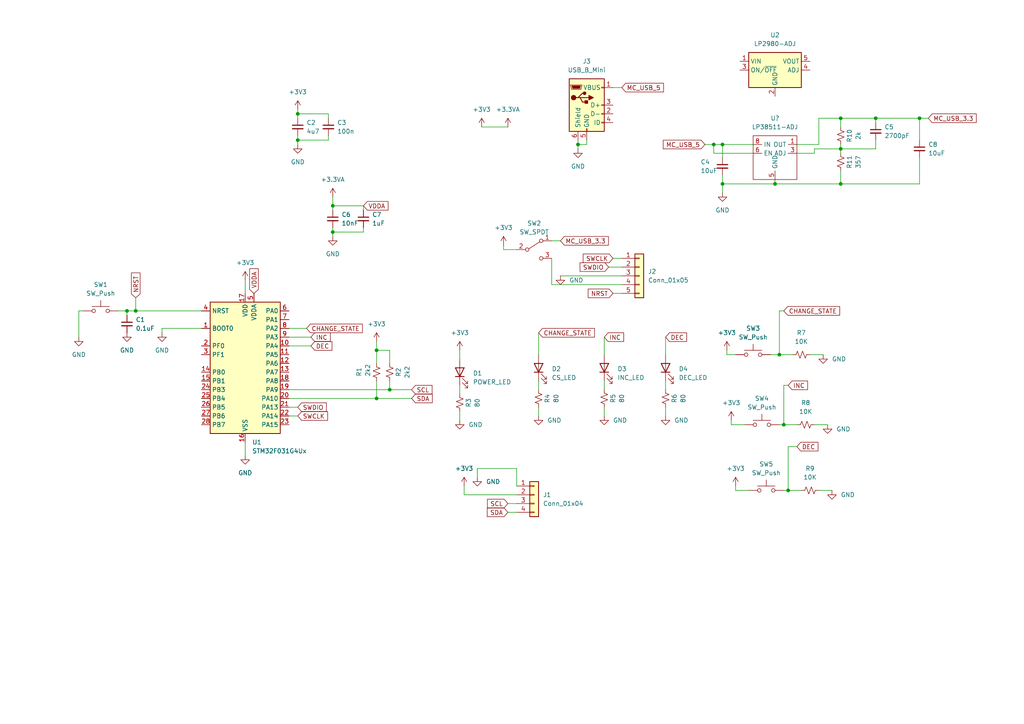
<source format=kicad_sch>
(kicad_sch (version 20211123) (generator eeschema)
  (paper "A4")
  (lib_symbols
    (symbol "Connector:USB_B_Micro" (pin_names (offset 1.016))
      (property "Reference" "J" (at -5.08 11.43 0))
      (property "Value" "USB_B_Micro" (at -5.08 8.89 0))
      (symbol "USB_B_Micro_0_1"
        (rectangle (start -5.08 -7.62) (end 5.08 7.62) (stroke (width 0.254)) (fill (type background)))
        (circle (center -3.81 2.159) (radius 0.635) (stroke (width 0.254)) (fill (type outline)))
        (circle (center -0.635 3.429) (radius 0.381) (stroke (width 0.254)) (fill (type outline)))
        (rectangle (start -0.127 -7.62) (end 0.127 -6.858))
        (polyline (pts (xy -1.905 2.159) (xy 0.635 2.159)) (stroke (width 0.254)))
        (polyline (pts (xy -3.175 2.159) (xy -2.54 2.159) (xy -1.27 3.429) (xy -0.635 3.429)) (stroke (width 0.254)))
        (polyline (pts (xy -2.54 2.159) (xy -1.905 2.159) (xy -1.27 0.889) (xy 0 0.889)) (stroke (width 0.254)))
        (polyline (pts (xy 0.635 2.794) (xy 0.635 1.524) (xy 1.905 2.159) (xy 0.635 2.794)) (stroke (width 0.254)) (fill (type outline)))
        (polyline (pts (xy -4.318 5.588) (xy -1.778 5.588) (xy -2.032 4.826) (xy -4.064 4.826) (xy -4.318 5.588)) (fill (type outline)))
        (polyline (pts (xy -4.699 5.842) (xy -4.699 5.588) (xy -4.445 4.826) (xy -4.445 4.572) (xy -1.651 4.572) (xy -1.651 4.826) (xy -1.397 5.588) (xy -1.397 5.842) (xy -4.699 5.842)))
        (rectangle (start 0.254 1.27) (end -0.508 0.508) (stroke (width 0.254)) (fill (type outline)))
        (rectangle (start 5.08 -5.207) (end 4.318 -4.953))
        (rectangle (start 5.08 -2.667) (end 4.318 -2.413))
        (rectangle (start 5.08 -0.127) (end 4.318 0.127))
        (rectangle (start 5.08 4.953) (end 4.318 5.207))
      )
      (symbol "USB_B_Micro_1_1"
        (pin power_out line (at 7.62 5.08 180) (length 2.54) (name "VBUS") (number "1"))
        (pin bidirectional line (at 7.62 -2.54 180) (length 2.54) (name "D-") (number "2"))
        (pin bidirectional line (at 7.62 0 180) (length 2.54) (name "D+") (number "3"))
        (pin passive line (at 7.62 -5.08 180) (length 2.54) (name "ID") (number "4"))
        (pin power_out line (at 0 -10.16 90) (length 2.54) (name "GND") (number "5"))
        (pin passive line (at -2.54 -10.16 90) (length 2.54) (name "Shield") (number "6"))
      )
    )
    (symbol "Connector_Generic:Conn_01x04" (pin_names (offset 1.016) hide)
      (property "Reference" "J" (at 0 5.08 0))
      (property "Value" "Conn_01x04" (at 0 -7.62 0))
      (symbol "Conn_01x04_1_1"
        (rectangle (start -1.27 -4.953) (end 0 -5.207) (stroke (width 0.1524)))
        (rectangle (start -1.27 -2.413) (end 0 -2.667) (stroke (width 0.1524)))
        (rectangle (start -1.27 0.127) (end 0 -0.127) (stroke (width 0.1524)))
        (rectangle (start -1.27 2.667) (end 0 2.413) (stroke (width 0.1524)))
        (rectangle (start -1.27 3.81) (end 1.27 -6.35) (stroke (width 0.254)) (fill (type background)))
        (pin passive line (at -5.08 2.54 0) (length 3.81) (name "Pin_1") (number "1"))
        (pin passive line (at -5.08 0 0) (length 3.81) (name "Pin_2") (number "2"))
        (pin passive line (at -5.08 -2.54 0) (length 3.81) (name "Pin_3") (number "3"))
        (pin passive line (at -5.08 -5.08 0) (length 3.81) (name "Pin_4") (number "4"))
      )
    )
    (symbol "Connector_Generic:Conn_01x05" (pin_names (offset 1.016) hide)
      (property "Reference" "J" (at 0 7.62 0))
      (property "Value" "Conn_01x05" (at 0 -7.62 0))
      (symbol "Conn_01x05_1_1"
        (rectangle (start -1.27 -4.953) (end 0 -5.207) (stroke (width 0.1524)))
        (rectangle (start -1.27 -2.413) (end 0 -2.667) (stroke (width 0.1524)))
        (rectangle (start -1.27 0.127) (end 0 -0.127) (stroke (width 0.1524)))
        (rectangle (start -1.27 2.667) (end 0 2.413) (stroke (width 0.1524)))
        (rectangle (start -1.27 5.207) (end 0 4.953) (stroke (width 0.1524)))
        (rectangle (start -1.27 6.35) (end 1.27 -6.35) (stroke (width 0.254)) (fill (type background)))
        (pin passive line (at -5.08 5.08 0) (length 3.81) (name "Pin_1") (number "1"))
        (pin passive line (at -5.08 2.54 0) (length 3.81) (name "Pin_2") (number "2"))
        (pin passive line (at -5.08 0 0) (length 3.81) (name "Pin_3") (number "3"))
        (pin passive line (at -5.08 -2.54 0) (length 3.81) (name "Pin_4") (number "4"))
        (pin passive line (at -5.08 -5.08 0) (length 3.81) (name "Pin_5") (number "5"))
      )
    )
    (symbol "Device:C_Small" (pin_numbers hide) (pin_names (offset 0.254) hide)
      (property "Reference" "C" (at 0.254 1.778 0))
      (property "Value" "C_Small" (at 0.254 -2.032 0))
      (symbol "C_Small_0_1"
        (polyline (pts (xy -1.524 -0.508) (xy 1.524 -0.508)) (stroke (width 0.3302)))
        (polyline (pts (xy -1.524 0.508) (xy 1.524 0.508)) (stroke (width 0.3048)))
      )
      (symbol "C_Small_1_1"
        (pin passive line (at 0 2.54 270) (length 2.032) (name "~") (number "1"))
        (pin passive line (at 0 -2.54 90) (length 2.032) (name "~") (number "2"))
      )
    )
    (symbol "Device:LED" (pin_numbers hide) (pin_names (offset 1.016) hide)
      (property "Reference" "D" (at 0 2.54 0))
      (property "Value" "LED" (at 0 -2.54 0))
      (symbol "LED_0_1"
        (polyline (pts (xy -1.27 -1.27) (xy -1.27 1.27)) (stroke (width 0.254)))
        (polyline (pts (xy -1.27 0) (xy 1.27 0)))
        (polyline (pts (xy 1.27 -1.27) (xy 1.27 1.27) (xy -1.27 0) (xy 1.27 -1.27)) (stroke (width 0.254)))
        (polyline (pts (xy -3.048 -0.762) (xy -4.572 -2.286) (xy -3.81 -2.286) (xy -4.572 -2.286) (xy -4.572 -1.524)))
        (polyline (pts (xy -1.778 -0.762) (xy -3.302 -2.286) (xy -2.54 -2.286) (xy -3.302 -2.286) (xy -3.302 -1.524)))
      )
      (symbol "LED_1_1"
        (pin passive line (at -3.81 0 0) (length 2.54) (name "K") (number "1"))
        (pin passive line (at 3.81 0 180) (length 2.54) (name "A") (number "2"))
      )
    )
    (symbol "Device:R_Small_US" (pin_numbers hide) (pin_names (offset 0.254) hide)
      (property "Reference" "R" (at 0.762 0.508 0))
      (property "Value" "R_Small_US" (at 0.762 -1.016 0))
      (symbol "R_Small_US_1_1"
        (polyline (pts (xy 0 0) (xy 1.016 -0.381) (xy 0 -0.762) (xy -1.016 -1.143) (xy 0 -1.524)))
        (polyline (pts (xy 0 1.524) (xy 1.016 1.143) (xy 0 0.762) (xy -1.016 0.381) (xy 0 0)))
        (pin passive line (at 0 2.54 270) (length 1.016) (name "~") (number "1"))
        (pin passive line (at 0 -2.54 90) (length 1.016) (name "~") (number "2"))
      )
    )
    (symbol "MCU_ST_STM32F0:STM32F031G4Ux"
      (property "Reference" "U" (at -10.16 19.05 0))
      (property "Value" "STM32F031G4Ux" (at 5.08 19.05 0))
      (symbol "STM32F031G4Ux_0_1"
        (rectangle (start -10.16 -20.32) (end 10.16 17.78) (stroke (width 0.254)) (fill (type background)))
      )
      (symbol "STM32F031G4Ux_1_1"
        (pin input line (at -12.7 10.16 0) (length 2.54) (name "BOOT0") (number "1"))
        (pin bidirectional line (at 12.7 5.08 180) (length 2.54) (name "PA4") (number "10"))
        (pin bidirectional line (at 12.7 2.54 180) (length 2.54) (name "PA5") (number "11"))
        (pin bidirectional line (at 12.7 0 180) (length 2.54) (name "PA6") (number "12"))
        (pin bidirectional line (at 12.7 -2.54 180) (length 2.54) (name "PA7") (number "13"))
        (pin bidirectional line (at -12.7 -2.54 0) (length 2.54) (name "PB0") (number "14"))
        (pin bidirectional line (at -12.7 -5.08 0) (length 2.54) (name "PB1") (number "15"))
        (pin power_in line (at 0 -22.86 90) (length 2.54) (name "VSS") (number "16"))
        (pin power_in line (at 0 20.32 270) (length 2.54) (name "VDD") (number "17"))
        (pin bidirectional line (at 12.7 -5.08 180) (length 2.54) (name "PA8") (number "18"))
        (pin bidirectional line (at 12.7 -7.62 180) (length 2.54) (name "PA9") (number "19"))
        (pin input line (at -12.7 5.08 0) (length 2.54) (name "PF0") (number "2"))
        (pin bidirectional line (at 12.7 -10.16 180) (length 2.54) (name "PA10") (number "20"))
        (pin bidirectional line (at 12.7 -12.7 180) (length 2.54) (name "PA13") (number "21"))
        (pin bidirectional line (at 12.7 -15.24 180) (length 2.54) (name "PA14") (number "22"))
        (pin bidirectional line (at 12.7 -17.78 180) (length 2.54) (name "PA15") (number "23"))
        (pin bidirectional line (at -12.7 -7.62 0) (length 2.54) (name "PB3") (number "24"))
        (pin bidirectional line (at -12.7 -10.16 0) (length 2.54) (name "PB4") (number "25"))
        (pin bidirectional line (at -12.7 -12.7 0) (length 2.54) (name "PB5") (number "26"))
        (pin bidirectional line (at -12.7 -15.24 0) (length 2.54) (name "PB6") (number "27"))
        (pin bidirectional line (at -12.7 -17.78 0) (length 2.54) (name "PB7") (number "28"))
        (pin input line (at -12.7 2.54 0) (length 2.54) (name "PF1") (number "3"))
        (pin input line (at -12.7 15.24 0) (length 2.54) (name "NRST") (number "4"))
        (pin power_in line (at 2.54 20.32 270) (length 2.54) (name "VDDA") (number "5"))
        (pin bidirectional line (at 12.7 15.24 180) (length 2.54) (name "PA0") (number "6"))
        (pin bidirectional line (at 12.7 12.7 180) (length 2.54) (name "PA1") (number "7"))
        (pin bidirectional line (at 12.7 10.16 180) (length 2.54) (name "PA2") (number "8"))
        (pin bidirectional line (at 12.7 7.62 180) (length 2.54) (name "PA3") (number "9"))
      )
    )
    (symbol "New_Library:LP38511-ADJ"
      (property "Reference" "U" (at 0 6.35 0))
      (property "Value" "LP38511-ADJ" (at 0 3.81 0))
      (symbol "LP38511-ADJ_0_1"
        (rectangle (start -6.35 2.54) (end 6.35 -10.16))
      )
      (symbol "LP38511-ADJ_1_1"
        (pin output line (at 6.35 0 180) (length 2.54) (name "OUT") (number "1"))
        (pin output line (at 6.35 -2.54 180) (length 2.54) (name "ADJ") (number "3"))
        (pin input line (at 0 -10.16 90) (length 2.54) (name "GND") (number "5"))
        (pin input line (at -6.35 -2.54 0) (length 2.54) (name "EN") (number "6"))
        (pin input line (at -6.35 0 0) (length 2.54) (name "IN") (number "8"))
      )
    )
    (symbol "Regulator_Linear:LP2980-ADJ"
      (property "Reference" "U" (at 0 10.16 0))
      (property "Value" "LP2980-ADJ" (at 0 7.62 0))
      (symbol "LP2980-ADJ_0_1"
        (rectangle (start -7.62 5.08) (end 7.62 -5.08) (stroke (width 0.254)) (fill (type background)))
      )
      (symbol "LP2980-ADJ_1_1"
        (pin power_in line (at -10.16 2.54 0) (length 2.54) (name "VIN") (number "1"))
        (pin power_in line (at 0 -7.62 90) (length 2.54) (name "GND") (number "2"))
        (pin input line (at -10.16 0 0) (length 2.54) (name "ON/~{OFF}") (number "3"))
        (pin input line (at 10.16 0 180) (length 2.54) (name "ADJ") (number "4"))
        (pin power_out line (at 10.16 2.54 180) (length 2.54) (name "VOUT") (number "5"))
      )
    )
    (symbol "Switch:SW_Push" (pin_numbers hide) (pin_names (offset 1.016) hide)
      (property "Reference" "SW" (at 1.27 2.54 0))
      (property "Value" "SW_Push" (at 0 -1.524 0))
      (symbol "SW_Push_0_1"
        (circle (center -2.032 0) (radius 0.508))
        (polyline (pts (xy 0 1.27) (xy 0 3.048)))
        (polyline (pts (xy 2.54 1.27) (xy -2.54 1.27)))
        (circle (center 2.032 0) (radius 0.508))
        (pin passive line (at -5.08 0 0) (length 2.54) (name "1") (number "1"))
        (pin passive line (at 5.08 0 180) (length 2.54) (name "2") (number "2"))
      )
    )
    (symbol "Switch:SW_SPDT" (pin_names (offset 0) hide)
      (property "Reference" "SW" (at 0 4.318 0))
      (property "Value" "SW_SPDT" (at 0 -5.08 0))
      (symbol "SW_SPDT_0_0"
        (circle (center -2.032 0) (radius 0.508))
        (circle (center 2.032 -2.54) (radius 0.508))
      )
      (symbol "SW_SPDT_0_1"
        (polyline (pts (xy -1.524 0.254) (xy 1.651 2.286)))
        (circle (center 2.032 2.54) (radius 0.508))
      )
      (symbol "SW_SPDT_1_1"
        (pin passive line (at 5.08 2.54 180) (length 2.54) (name "A") (number "1"))
        (pin passive line (at -5.08 0 0) (length 2.54) (name "B") (number "2"))
        (pin passive line (at 5.08 -2.54 180) (length 2.54) (name "C") (number "3"))
      )
    )
    (symbol "power:+3.3V" (power) (pin_names (offset 0))
      (property "Value" "+3.3V" (at 0 3.556 0))
      (symbol "+3.3V_0_1"
        (polyline (pts (xy -0.762 1.27) (xy 0 2.54)))
        (polyline (pts (xy 0 0) (xy 0 2.54)))
        (polyline (pts (xy 0 2.54) (xy 0.762 1.27)))
      )
      (symbol "+3.3V_1_1"
        (pin power_in line (at 0 0 90) (length 0) hide (name "+3V3") (number "1"))
      )
    )
    (symbol "power:+3.3VA" (power) (pin_names (offset 0))
      (property "Value" "+3.3VA" (at 0 3.556 0))
      (symbol "+3.3VA_0_1"
        (polyline (pts (xy -0.762 1.27) (xy 0 2.54)))
        (polyline (pts (xy 0 0) (xy 0 2.54)))
        (polyline (pts (xy 0 2.54) (xy 0.762 1.27)))
      )
      (symbol "+3.3VA_1_1"
        (pin power_in line (at 0 0 90) (length 0) hide (name "+3.3VA") (number "1"))
      )
    )
    (symbol "power:GND" (power) (pin_names (offset 0))
      (property "Value" "GND" (at 0 -3.81 0))
      (symbol "GND_0_1"
        (polyline (pts (xy 0 0) (xy 0 -1.27) (xy 1.27 -1.27) (xy 0 -2.54) (xy -1.27 -1.27) (xy 0 -1.27)))
      )
      (symbol "GND_1_1"
        (pin power_in line (at 0 0 270) (length 0) hide (name "GND") (number "1"))
      )
    )
  )
  (junction (at 207.01 41.91))
  (junction (at 226.06 102.87))
  (junction (at 254 34.29))
  (junction (at 113.03 113.03))
  (junction (at 86.36 33.02))
  (junction (at 96.52 67.31))
  (junction (at 209.55 53.34))
  (junction (at 39.37 90.17))
  (junction (at 109.22 115.57))
  (junction (at 209.55 41.91))
  (junction (at 167.64 41.91))
  (junction (at 243.84 43.18))
  (junction (at 243.84 34.29))
  (junction (at 224.79 53.34))
  (junction (at 96.52 59.69))
  (junction (at 86.36 40.64))
  (junction (at 228.6 142.24))
  (junction (at 266.7 34.29))
  (junction (at 243.84 53.34))
  (junction (at 227.33 123.19))
  (junction (at 36.83 90.17))
  (junction (at 109.22 101.6))
  (wire (pts (xy 46.99 96.52) (xy 46.99 95.25)))
  (wire (pts (xy 176.53 77.47) (xy 180.34 77.47)))
  (wire (pts (xy 175.26 97.79) (xy 175.26 102.87)))
  (wire (pts (xy 133.35 119.38) (xy 133.35 121.92)))
  (wire (pts (xy 207.01 41.91) (xy 207.01 44.45)))
  (wire (pts (xy 237.49 142.24) (xy 241.3 142.24)))
  (wire (pts (xy 160.02 69.85) (xy 162.56 69.85)))
  (wire (pts (xy 266.7 45.72) (xy 266.7 53.34)))
  (wire (pts (xy 113.03 101.6) (xy 113.03 105.41)))
  (wire (pts (xy 22.86 90.17) (xy 22.86 97.79)))
  (wire (pts (xy 243.84 49.53) (xy 243.84 53.34)))
  (wire (pts (xy 243.84 34.29) (xy 254 34.29)))
  (wire (pts (xy 138.43 135.89) (xy 149.86 135.89)))
  (wire (pts (xy 167.64 40.64) (xy 167.64 41.91)))
  (wire (pts (xy 83.82 115.57) (xy 109.22 115.57)))
  (wire (pts (xy 156.21 118.11) (xy 156.21 120.65)))
  (wire (pts (xy 212.09 123.19) (xy 215.9 123.19)))
  (wire (pts (xy 34.29 90.17) (xy 36.83 90.17)))
  (wire (pts (xy 109.22 101.6) (xy 113.03 101.6)))
  (wire (pts (xy 146.05 72.39) (xy 149.86 72.39)))
  (wire (pts (xy 209.55 41.91) (xy 218.44 41.91)))
  (wire (pts (xy 95.25 40.64) (xy 95.25 39.37)))
  (wire (pts (xy 139.7 36.83) (xy 147.32 36.83)))
  (wire (pts (xy 177.8 85.09) (xy 180.34 85.09)))
  (wire (pts (xy 156.21 110.49) (xy 156.21 113.03)))
  (wire (pts (xy 193.04 118.11) (xy 193.04 120.65)))
  (wire (pts (xy 226.06 90.17) (xy 226.06 102.87)))
  (wire (pts (xy 86.36 33.02) (xy 95.25 33.02)))
  (wire (pts (xy 105.41 66.04) (xy 105.41 67.31)))
  (wire (pts (xy 109.22 115.57) (xy 119.38 115.57)))
  (wire (pts (xy 254 40.64) (xy 254 43.18)))
  (wire (pts (xy 228.6 111.76) (xy 227.33 111.76)))
  (wire (pts (xy 234.95 102.87) (xy 238.76 102.87)))
  (wire (pts (xy 86.36 40.64) (xy 95.25 40.64)))
  (wire (pts (xy 86.36 31.75) (xy 86.36 33.02)))
  (wire (pts (xy 39.37 86.36) (xy 39.37 90.17)))
  (wire (pts (xy 243.84 41.91) (xy 243.84 43.18)))
  (wire (pts (xy 228.6 142.24) (xy 232.41 142.24)))
  (wire (pts (xy 227.33 111.76) (xy 227.33 123.19)))
  (wire (pts (xy 167.64 41.91) (xy 170.18 41.91)))
  (wire (pts (xy 105.41 59.69) (xy 105.41 60.96)))
  (wire (pts (xy 162.56 80.01) (xy 180.34 80.01)))
  (wire (pts (xy 46.99 95.25) (xy 58.42 95.25)))
  (wire (pts (xy 227.33 123.19) (xy 231.14 123.19)))
  (wire (pts (xy 133.35 101.6) (xy 133.35 104.14)))
  (wire (pts (xy 243.84 34.29) (xy 243.84 36.83)))
  (wire (pts (xy 113.03 113.03) (xy 119.38 113.03)))
  (wire (pts (xy 149.86 135.89) (xy 149.86 140.97)))
  (wire (pts (xy 138.43 138.43) (xy 138.43 135.89)))
  (wire (pts (xy 237.49 41.91) (xy 237.49 34.29)))
  (wire (pts (xy 83.82 113.03) (xy 113.03 113.03)))
  (wire (pts (xy 209.55 41.91) (xy 209.55 45.72)))
  (wire (pts (xy 96.52 57.15) (xy 96.52 59.69)))
  (wire (pts (xy 83.82 97.79) (xy 90.17 97.79)))
  (wire (pts (xy 83.82 100.33) (xy 90.17 100.33)))
  (wire (pts (xy 109.22 101.6) (xy 109.22 105.41)))
  (wire (pts (xy 213.36 142.24) (xy 217.17 142.24)))
  (wire (pts (xy 209.55 53.34) (xy 209.55 55.88)))
  (wire (pts (xy 226.06 123.19) (xy 227.33 123.19)))
  (wire (pts (xy 243.84 43.18) (xy 236.22 43.18)))
  (wire (pts (xy 83.82 118.11) (xy 86.36 118.11)))
  (wire (pts (xy 133.35 111.76) (xy 133.35 114.3)))
  (wire (pts (xy 71.12 81.28) (xy 71.12 85.09)))
  (wire (pts (xy 71.12 128.27) (xy 71.12 132.08)))
  (wire (pts (xy 209.55 53.34) (xy 224.79 53.34)))
  (wire (pts (xy 96.52 59.69) (xy 105.41 59.69)))
  (wire (pts (xy 254 43.18) (xy 243.84 43.18)))
  (wire (pts (xy 193.04 110.49) (xy 193.04 113.03)))
  (wire (pts (xy 223.52 102.87) (xy 226.06 102.87)))
  (wire (pts (xy 113.03 110.49) (xy 113.03 113.03)))
  (wire (pts (xy 36.83 91.44) (xy 36.83 90.17)))
  (wire (pts (xy 236.22 43.18) (xy 236.22 44.45)))
  (wire (pts (xy 231.14 41.91) (xy 237.49 41.91)))
  (wire (pts (xy 207.01 41.91) (xy 209.55 41.91)))
  (wire (pts (xy 86.36 39.37) (xy 86.36 40.64)))
  (wire (pts (xy 170.18 41.91) (xy 170.18 40.64)))
  (wire (pts (xy 228.6 129.54) (xy 228.6 142.24)))
  (wire (pts (xy 36.83 90.17) (xy 39.37 90.17)))
  (wire (pts (xy 86.36 40.64) (xy 86.36 41.91)))
  (wire (pts (xy 96.52 67.31) (xy 96.52 68.58)))
  (wire (pts (xy 86.36 33.02) (xy 86.36 34.29)))
  (wire (pts (xy 83.82 95.25) (xy 88.9 95.25)))
  (wire (pts (xy 105.41 67.31) (xy 96.52 67.31)))
  (wire (pts (xy 213.36 140.97) (xy 213.36 142.24)))
  (wire (pts (xy 167.64 41.91) (xy 167.64 43.18)))
  (wire (pts (xy 160.02 82.55) (xy 160.02 74.93)))
  (wire (pts (xy 266.7 53.34) (xy 243.84 53.34)))
  (wire (pts (xy 224.79 52.07) (xy 224.79 53.34)))
  (wire (pts (xy 266.7 34.29) (xy 266.7 40.64)))
  (wire (pts (xy 227.33 90.17) (xy 226.06 90.17)))
  (wire (pts (xy 109.22 110.49) (xy 109.22 115.57)))
  (wire (pts (xy 22.86 90.17) (xy 24.13 90.17)))
  (wire (pts (xy 254 34.29) (xy 254 35.56)))
  (wire (pts (xy 175.26 110.49) (xy 175.26 113.03)))
  (wire (pts (xy 109.22 99.06) (xy 109.22 101.6)))
  (wire (pts (xy 207.01 44.45) (xy 218.44 44.45)))
  (wire (pts (xy 210.82 102.87) (xy 213.36 102.87)))
  (wire (pts (xy 210.82 101.6) (xy 210.82 102.87)))
  (wire (pts (xy 243.84 43.18) (xy 243.84 44.45)))
  (wire (pts (xy 39.37 90.17) (xy 58.42 90.17)))
  (wire (pts (xy 226.06 102.87) (xy 229.87 102.87)))
  (wire (pts (xy 96.52 66.04) (xy 96.52 67.31)))
  (wire (pts (xy 147.32 148.59) (xy 149.86 148.59)))
  (wire (pts (xy 95.25 33.02) (xy 95.25 34.29)))
  (wire (pts (xy 177.8 25.4) (xy 180.34 25.4)))
  (wire (pts (xy 83.82 120.65) (xy 86.36 120.65)))
  (wire (pts (xy 231.14 44.45) (xy 236.22 44.45)))
  (wire (pts (xy 134.62 143.51) (xy 149.86 143.51)))
  (wire (pts (xy 147.32 146.05) (xy 149.86 146.05)))
  (wire (pts (xy 146.05 71.12) (xy 146.05 72.39)))
  (wire (pts (xy 254 34.29) (xy 266.7 34.29)))
  (wire (pts (xy 236.22 123.19) (xy 240.03 123.19)))
  (wire (pts (xy 180.34 82.55) (xy 160.02 82.55)))
  (wire (pts (xy 156.21 96.52) (xy 156.21 102.87)))
  (wire (pts (xy 177.8 74.93) (xy 180.34 74.93)))
  (wire (pts (xy 175.26 118.11) (xy 175.26 120.65)))
  (wire (pts (xy 212.09 121.92) (xy 212.09 123.19)))
  (wire (pts (xy 209.55 50.8) (xy 209.55 53.34)))
  (wire (pts (xy 193.04 97.79) (xy 193.04 102.87)))
  (wire (pts (xy 266.7 34.29) (xy 269.24 34.29)))
  (wire (pts (xy 227.33 142.24) (xy 228.6 142.24)))
  (wire (pts (xy 231.14 129.54) (xy 228.6 129.54)))
  (wire (pts (xy 134.62 140.97) (xy 134.62 143.51)))
  (wire (pts (xy 96.52 59.69) (xy 96.52 60.96)))
  (wire (pts (xy 204.47 41.91) (xy 207.01 41.91)))
  (wire (pts (xy 224.79 53.34) (xy 243.84 53.34)))
  (wire (pts (xy 237.49 34.29) (xy 243.84 34.29)))
  (global_label "DEC" (shape input) (at 231.14 129.54 0) (property "Intersheet References" "${INTERSHEET_REFS}" (effects hide)))
  (global_label "NRST" (shape input) (at 177.8 85.09 180) (property "Intersheet References" "${INTERSHEET_REFS}" (effects hide)))
  (global_label "CHANGE_STATE" (shape input) (at 88.9 95.25 0) (property "Intersheet References" "${INTERSHEET_REFS}" (effects hide)))
  (global_label "VDDA" (shape input) (at 105.41 59.69 0) (property "Intersheet References" "${INTERSHEET_REFS}" (effects hide)))
  (global_label "CHANGE_STATE" (shape input) (at 227.33 90.17 0) (property "Intersheet References" "${INTERSHEET_REFS}" (effects hide)))
  (global_label "MC_USB_5" (shape input) (at 204.47 41.91 180) (property "Intersheet References" "${INTERSHEET_REFS}" (effects hide)))
  (global_label "CHANGE_STATE" (shape input) (at 156.21 96.52 0) (property "Intersheet References" "${INTERSHEET_REFS}" (effects hide)))
  (global_label "INC" (shape input) (at 175.26 97.79 0) (property "Intersheet References" "${INTERSHEET_REFS}" (effects hide)))
  (global_label "INC" (shape input) (at 90.17 97.79 0) (property "Intersheet References" "${INTERSHEET_REFS}" (effects hide)))
  (global_label "SWDIO" (shape input) (at 176.53 77.47 180) (property "Intersheet References" "${INTERSHEET_REFS}" (effects hide)))
  (global_label "SWCLK" (shape input) (at 177.8 74.93 180) (property "Intersheet References" "${INTERSHEET_REFS}" (effects hide)))
  (global_label "MC_USB_3.3" (shape input) (at 162.56 69.85 0) (property "Intersheet References" "${INTERSHEET_REFS}" (effects hide)))
  (global_label "NRST" (shape input) (at 39.37 86.36 90) (property "Intersheet References" "${INTERSHEET_REFS}" (effects hide)))
  (global_label "SWCLK" (shape input) (at 86.36 120.65 0) (property "Intersheet References" "${INTERSHEET_REFS}" (effects hide)))
  (global_label "DEC" (shape input) (at 193.04 97.79 0) (property "Intersheet References" "${INTERSHEET_REFS}" (effects hide)))
  (global_label "INC" (shape input) (at 228.6 111.76 0) (property "Intersheet References" "${INTERSHEET_REFS}" (effects hide)))
  (global_label "SDA" (shape input) (at 119.38 115.57 0) (property "Intersheet References" "${INTERSHEET_REFS}" (effects hide)))
  (global_label "DEC" (shape input) (at 90.17 100.33 0) (property "Intersheet References" "${INTERSHEET_REFS}" (effects hide)))
  (global_label "SCL" (shape input) (at 147.32 146.05 180) (property "Intersheet References" "${INTERSHEET_REFS}" (effects hide)))
  (global_label "VDDA" (shape input) (at 73.66 85.09 90) (property "Intersheet References" "${INTERSHEET_REFS}" (effects hide)))
  (global_label "MC_USB_5" (shape input) (at 180.34 25.4 0) (property "Intersheet References" "${INTERSHEET_REFS}" (effects hide)))
  (global_label "SDA" (shape input) (at 147.32 148.59 180) (property "Intersheet References" "${INTERSHEET_REFS}" (effects hide)))
  (global_label "SWDIO" (shape input) (at 86.36 118.11 0) (property "Intersheet References" "${INTERSHEET_REFS}" (effects hide)))
  (global_label "SCL" (shape input) (at 119.38 113.03 0) (property "Intersheet References" "${INTERSHEET_REFS}" (effects hide)))
  (global_label "MC_USB_3.3" (shape input) (at 269.24 34.29 0) (property "Intersheet References" "${INTERSHEET_REFS}" (effects hide)))
  (symbol (lib_id "Device:R_Small_US") (at 193.04 115.57 180) (unit 1)
    (property "Reference" "R6" (at 195.58 115.57 90))
    (property "Value" "80" (at 198.12 115.57 90))
    (property "Footprint" "Resistor_SMD:R_0805_2012Metric_Pad1.20x1.40mm_HandSolder" (effects hide))
    (property "JLCPCB Part #" "C109433" (effects hide))
    (property "LCSC Part Number" "C109433" (effects hide))
    (property "DigiKey Part #" "ERA-6AEB80R6V" (effects hide))
  )
  (symbol (lib_id "Switch:SW_Push") (at 29.21 90.17 0) (unit 1)
    (property "Reference" "SW1" (at 29.21 82.55 0))
    (property "Value" "SW_Push" (at 29.21 85.09 0))
    (property "Footprint" "MyLibrary:FSMSMTR-Tactile-Switch-FP" (effects hide))
    (property "JLCPCB Part #" "C720477" (effects hide))
    (property "LCSC Part Number" "C720477" (effects hide))
    (property "DigiKey Part #" "FSMSMTR" (effects hide))
  )
  (symbol (lib_id "power:+3.3V") (at 133.35 101.6 0) (unit 1)
    (property "Reference" "#PWR0123" (effects hide))
    (property "Value" "+3.3V" (at 133.35 96.52 0))
  )
  (symbol (lib_id "power:GND") (at 240.03 123.19 0) (unit 1)
    (property "Reference" "#PWR0112" (effects hide))
    (property "Value" "GND" (at 242.57 124.4599 0) (effects (justify left)))
  )
  (symbol (lib_id "Device:R_Small_US") (at 243.84 39.37 180) (unit 1)
    (property "Reference" "R10" (at 246.38 39.37 90))
    (property "Value" "2k" (at 248.92 39.37 90))
    (property "Footprint" "Resistor_SMD:R_0805_2012Metric_Pad1.20x1.40mm_HandSolder" (effects hide))
    (property "JLCPCB Part #" "C17520" (effects hide))
    (property "LCSC Part Number" "C17520" (effects hide))
    (property "DigiKey Part #" "RNCF0805BTC2K00" (effects hide))
  )
  (symbol (lib_id "Regulator_Linear:LP2980-ADJ") (at 224.79 20.32 0) (unit 1)
    (property "Reference" "U2" (at 224.79 10.16 0))
    (property "Value" "LP2980-ADJ" (at 224.79 12.7 0))
    (property "Footprint" "Package_SO:TI_SO-PowerPAD-8" (effects hide))
    (property "Datasheet" "http://www.ti.com/lit/ds/symlink/lp2980-adj.pd" (effects hide))
    (property "DigiKey Part #" "LP38511MR-ADJ/NOPB" (effects hide))
  )
  (symbol (lib_id "power:GND") (at 156.21 120.65 0) (unit 1)
    (property "Reference" "#PWR0122" (effects hide))
    (property "Value" "GND" (at 158.75 121.9199 0) (effects (justify left)))
  )
  (symbol (lib_id "MCU_ST_STM32F0:STM32F031G4Ux") (at 71.12 105.41 0) (unit 1)
    (property "Reference" "U1" (at 73.1394 128.27 0) (effects (justify left)))
    (property "Value" "STM32F031G4Ux" (at 73.1394 130.81 0) (effects (justify left)))
    (property "Footprint" "Package_DFN_QFN:QFN-28_4x4mm_P0.5mm" (effects hide))
    (property "Datasheet" "http://www.st.com/st-web-ui/static/active/en/resource/technical/document/datasheet/DM00104043.pdf" (effects hide))
    (property "DigiKey Part #" "497-13619-ND" (effects hide))
  )
  (symbol (lib_id "power:+3.3V") (at 109.22 99.06 0) (unit 1)
    (property "Reference" "#PWR0117" (effects hide))
    (property "Value" "+3.3V" (at 109.22 93.98 0))
  )
  (symbol (lib_id "power:GND") (at 238.76 102.87 0) (unit 1)
    (property "Reference" "#PWR0128" (effects hide))
    (property "Value" "GND" (at 241.3 104.1399 0) (effects (justify left)))
  )
  (symbol (lib_id "power:GND") (at 71.12 132.08 0) (unit 1)
    (property "Reference" "#PWR0119" (effects hide))
    (property "Value" "GND" (at 71.12 137.16 0))
  )
  (symbol (lib_id "power:+3.3V") (at 86.36 31.75 0) (unit 1)
    (property "Reference" "#PWR0101" (effects hide))
    (property "Value" "+3.3V" (at 86.36 26.67 0))
  )
  (symbol (lib_id "power:GND") (at 193.04 120.65 0) (unit 1)
    (property "Reference" "#PWR0116" (effects hide))
    (property "Value" "GND" (at 195.58 121.9199 0) (effects (justify left)))
  )
  (symbol (lib_id "power:+3.3V") (at 146.05 71.12 0) (unit 1)
    (property "Reference" "#PWR0108" (effects hide))
    (property "Value" "+3.3V" (at 146.05 66.04 0))
  )
  (symbol (lib_id "Device:LED") (at 175.26 106.68 90) (unit 1)
    (property "Reference" "D3" (at 179.07 106.9974 90) (effects (justify right)))
    (property "Value" "INC_LED" (at 179.07 109.5374 90) (effects (justify right)))
    (property "Footprint" "Diode_SMD:D_0805_2012Metric_Pad1.15x1.40mm_HandSolder" (effects hide))
    (property "JLCPCB Part #" "C205441" (effects hide))
    (property "LCSC Part Number" "C389524" (effects hide))
    (property "DigiKey Part #" "XZVG54W-1" (effects hide))
  )
  (symbol (lib_id "power:+3.3V") (at 139.7 36.83 0) (unit 1)
    (property "Reference" "#PWR0105" (effects hide))
    (property "Value" "+3.3V" (at 139.7 31.75 0))
  )
  (symbol (lib_id "Device:R_Small_US") (at 113.03 107.95 180) (unit 1)
    (property "Reference" "R2" (at 115.57 107.95 90))
    (property "Value" "2k2" (at 118.11 107.95 90))
    (property "Footprint" "Resistor_SMD:R_0805_2012Metric_Pad1.20x1.40mm_HandSolder" (effects hide))
    (property "JLCPCB Part #" "C17520" (effects hide))
    (property "LCSC Part Number" "C17520" (effects hide))
    (property "DigiKey Part #" "AC0805FR-102K2L" (effects hide))
  )
  (symbol (lib_id "power:+3.3V") (at 71.12 81.28 0) (unit 1)
    (property "Reference" "#PWR0118" (effects hide))
    (property "Value" "+3.3V" (at 71.12 76.2 0))
  )
  (symbol (lib_id "power:+3.3V") (at 210.82 101.6 0) (unit 1)
    (property "Reference" "#PWR0127" (effects hide))
    (property "Value" "+3.3V" (at 210.82 96.52 0))
  )
  (symbol (lib_id "Device:C_Small") (at 266.7 43.18 0) (unit 1)
    (property "Reference" "C8" (at 269.24 41.91 0) (effects (justify left)))
    (property "Value" "10uF" (at 269.24 44.45 0) (effects (justify left)))
    (property "Footprint" "Capacitor_SMD:C_0805_2012Metric_Pad1.18x1.45mm_HandSolder" (effects hide))
    (property "DigiKey Part #" "CL21A106KPFNNNG" (effects hide))
  )
  (symbol (lib_id "Device:R_Small_US") (at 233.68 123.19 90) (unit 1)
    (property "Reference" "R8" (at 233.68 116.84 90))
    (property "Value" "10K" (at 233.68 119.38 90))
    (property "Footprint" "Resistor_SMD:R_0805_2012Metric_Pad1.20x1.40mm_HandSolder" (effects hide))
    (property "JLCPCB Part #" "C17414" (effects hide))
    (property "LCSC Part Number" "C17414" (effects hide))
    (property "DigiKey Part #" "RNCP0805FTD10K0" (effects hide))
  )
  (symbol (lib_id "Connector_Generic:Conn_01x05") (at 185.42 80.01 0) (unit 1)
    (property "Reference" "J2" (at 187.96 78.7399 0) (effects (justify left)))
    (property "Value" "Conn_01x05" (at 187.96 81.2799 0) (effects (justify left)))
    (property "Footprint" "Connector_PinHeader_2.54mm:PinHeader_1x05_P2.54mm_Vertical" (effects hide))
    (property "JLCPCB Part #" "C124379" (effects hide))
    (property "LCSC Part Number" "C124379" (effects hide))
  )
  (symbol (lib_id "Device:C_Small") (at 96.52 63.5 0) (unit 1)
    (property "Reference" "C6" (at 99.06 62.2362 0) (effects (justify left)))
    (property "Value" "10nF" (at 99.06 64.7762 0) (effects (justify left)))
    (property "Footprint" "Capacitor_SMD:C_0805_2012Metric_Pad1.18x1.45mm_HandSolder" (effects hide))
    (property "JLCPCB Part #" "C1710" (effects hide))
    (property "LCSC Part Number" "C1710" (effects hide))
    (property "DigiKey Part #" "885342207014" (effects hide))
  )
  (symbol (lib_id "Device:R_Small_US") (at 156.21 115.57 180) (unit 1)
    (property "Reference" "R4" (at 158.75 115.57 90))
    (property "Value" "80" (at 161.29 115.57 90))
    (property "Footprint" "Resistor_SMD:R_0805_2012Metric_Pad1.20x1.40mm_HandSolder" (effects hide))
    (property "JLCPCB Part #" "C109433" (effects hide))
    (property "LCSC Part Number" "C109433" (effects hide))
    (property "DigiKey Part #" "ERA-6AEB80R6V" (effects hide))
  )
  (symbol (lib_id "power:GND") (at 138.43 138.43 0) (unit 1)
    (property "Reference" "#PWR0125" (effects hide))
    (property "Value" "GND" (at 140.97 139.6999 0) (effects (justify left)))
  )
  (symbol (lib_id "power:GND") (at 209.55 55.88 0) (unit 1)
    (property "Reference" "#PWR01" (effects hide))
    (property "Value" "GND" (at 209.55 60.96 0))
  )
  (symbol (lib_id "Connector:USB_B_Micro") (at 170.18 30.48 0) (unit 1)
    (property "Reference" "J3" (at 170.18 17.78 0))
    (property "Value" "USB_B_Mini" (at 170.18 20.32 0))
    (property "Footprint" "Connector_USB:USB_Mini-B_Lumberg_2486_01_Horizontal" (effects hide))
    (property "DigiKey Part #" "0548191572" (effects hide))
    (property "JLCPCB Part #" "C91144" (effects hide))
    (property "LCSC Part Number" "C91144" (effects hide))
  )
  (symbol (lib_id "Device:R_Small_US") (at 232.41 102.87 90) (unit 1)
    (property "Reference" "R7" (at 232.41 96.52 90))
    (property "Value" "10K" (at 232.41 99.06 90))
    (property "Footprint" "Resistor_SMD:R_0805_2012Metric_Pad1.20x1.40mm_HandSolder" (effects hide))
    (property "JLCPCB Part #" "C17414" (effects hide))
    (property "LCSC Part Number" "C17414" (effects hide))
    (property "DigiKey Part #" "RNCP0805FTD10K0" (effects hide))
  )
  (symbol (lib_id "Device:R_Small_US") (at 243.84 46.99 180) (unit 1)
    (property "Reference" "R11" (at 246.38 46.99 90))
    (property "Value" "357" (at 248.92 46.99 90))
    (property "Footprint" "Resistor_SMD:R_0805_2012Metric_Pad1.20x1.40mm_HandSolder" (effects hide))
    (property "JLCPCB Part #" "C17520" (effects hide))
    (property "LCSC Part Number" "C17520" (effects hide))
    (property "DigiKey Part #" "RMCF0805FT357R" (effects hide))
  )
  (symbol (lib_id "power:+3.3V") (at 212.09 121.92 0) (unit 1)
    (property "Reference" "#PWR0114" (effects hide))
    (property "Value" "+3.3V" (at 212.09 116.84 0))
  )
  (symbol (lib_id "power:+3.3VA") (at 96.52 57.15 0) (unit 1)
    (property "Reference" "#PWR0104" (effects hide))
    (property "Value" "+3.3VA" (at 96.52 52.07 0))
  )
  (symbol (lib_id "power:+3.3VA") (at 147.32 36.83 0) (unit 1)
    (property "Reference" "#PWR0106" (effects hide))
    (property "Value" "+3.3VA" (at 147.32 31.75 0))
  )
  (symbol (lib_id "power:GND") (at 133.35 121.92 0) (unit 1)
    (property "Reference" "#PWR0124" (effects hide))
    (property "Value" "GND" (at 135.89 123.1899 0) (effects (justify left)))
  )
  (symbol (lib_id "New_Library:LP38511-ADJ") (at 224.79 41.91 0) (unit 1)
    (property "Reference" "U?" (at 224.79 34.29 0))
    (property "Value" "LP38511-ADJ" (at 224.79 36.83 0))
  )
  (symbol (lib_id "Device:C_Small") (at 254 38.1 0) (unit 1)
    (property "Reference" "C5" (at 256.54 36.83 0) (effects (justify left)))
    (property "Value" "2700pF" (at 256.54 39.37 0) (effects (justify left)))
    (property "Footprint" "Capacitor_SMD:C_0805_2012Metric_Pad1.18x1.45mm_HandSolder" (effects hide))
    (property "DigiKey Part #" "C2012CH2E272J125AA" (effects hide))
  )
  (symbol (lib_id "power:GND") (at 22.86 97.79 0) (unit 1)
    (property "Reference" "#PWR0120" (effects hide))
    (property "Value" "GND" (at 22.86 102.87 0))
  )
  (symbol (lib_id "Device:R_Small_US") (at 109.22 107.95 180) (unit 1)
    (property "Reference" "R1" (at 104.14 109.22 90) (effects (justify right)))
    (property "Value" "2k2" (at 106.68 109.22 90) (effects (justify right)))
    (property "Footprint" "Resistor_SMD:R_0805_2012Metric_Pad1.20x1.40mm_HandSolder" (effects hide))
    (property "JLCPCB Part #" "C17520" (effects hide))
    (property "LCSC Part Number" "C17520" (effects hide))
    (property "DigiKey Part #" "AC0805FR-102K2L" (effects hide))
  )
  (symbol (lib_id "power:GND") (at 162.56 80.01 0) (unit 1)
    (property "Reference" "#PWR0110" (effects hide))
    (property "Value" "GND" (at 165.1 81.2799 0) (effects (justify left)))
  )
  (symbol (lib_id "power:GND") (at 86.36 41.91 0) (unit 1)
    (property "Reference" "#PWR0102" (effects hide))
    (property "Value" "GND" (at 86.36 46.99 0))
  )
  (symbol (lib_id "power:+3.3V") (at 134.62 140.97 0) (unit 1)
    (property "Reference" "#PWR0126" (effects hide))
    (property "Value" "+3.3V" (at 134.62 135.89 0))
  )
  (symbol (lib_id "power:GND") (at 167.64 43.18 0) (unit 1)
    (property "Reference" "#PWR0111" (effects hide))
    (property "Value" "GND" (at 167.64 48.26 0))
  )
  (symbol (lib_id "Switch:SW_SPDT") (at 154.94 72.39 0) (unit 1)
    (property "Reference" "SW2" (at 154.94 64.77 0))
    (property "Value" "SW_SPDT" (at 154.94 67.31 0))
    (property "Footprint" "MyLibrary:CL-SB-22A-01T-Slide-Switch-FP" (effects hide))
    (property "JLCPCB Part #" "C405952" (effects hide))
    (property "LCSC Part Number" "C405952" (effects hide))
    (property "DigiKey Part #" "CL-SB-22A-01T" (effects hide))
  )
  (symbol (lib_id "Device:C_Small") (at 36.83 93.98 0) (unit 1)
    (property "Reference" "C1" (at 39.37 92.7162 0) (effects (justify left)))
    (property "Value" "0.1uF" (at 39.37 95.2562 0) (effects (justify left)))
    (property "Footprint" "Capacitor_SMD:C_0805_2012Metric_Pad1.18x1.45mm_HandSolder" (effects hide))
    (property "DigiKey Part #" "0805ZC104KAT2A" (effects hide))
  )
  (symbol (lib_id "Device:LED") (at 156.21 106.68 90) (unit 1)
    (property "Reference" "D2" (at 160.02 106.9974 90) (effects (justify right)))
    (property "Value" "CS_LED" (at 160.02 109.5374 90) (effects (justify right)))
    (property "Footprint" "Diode_SMD:D_0805_2012Metric_Pad1.15x1.40mm_HandSolder" (effects hide))
    (property "JLCPCB Part #" "C205441" (effects hide))
    (property "LCSC Part Number" "C205441" (effects hide))
    (property "DigiKey Part #" "XZVG54W-1" (effects hide))
  )
  (symbol (lib_id "Switch:SW_Push") (at 218.44 102.87 0) (unit 1)
    (property "Reference" "SW3" (at 218.44 95.25 0))
    (property "Value" "SW_Push" (at 218.44 97.79 0))
    (property "Footprint" "MyLibrary:FSMSMTR-Tactile-Switch-FP" (effects hide))
    (property "JLCPCB Part #" "C720477" (effects hide))
    (property "LCSC Part Number" "C720477" (effects hide))
    (property "DigiKey Part #" "FSMSMTR" (effects hide))
  )
  (symbol (lib_id "Device:R_Small_US") (at 234.95 142.24 90) (unit 1)
    (property "Reference" "R9" (at 234.95 135.89 90))
    (property "Value" "10K" (at 234.95 138.43 90))
    (property "Footprint" "Resistor_SMD:R_0805_2012Metric_Pad1.20x1.40mm_HandSolder" (effects hide))
    (property "JLCPCB Part #" "C17414" (effects hide))
    (property "LCSC Part Number" "C17414" (effects hide))
    (property "DigiKey Part #" "RNCP0805FTD10K0" (effects hide))
  )
  (symbol (lib_id "Switch:SW_Push") (at 222.25 142.24 0) (unit 1)
    (property "Reference" "SW5" (at 222.25 134.62 0))
    (property "Value" "SW_Push" (at 222.25 137.16 0))
    (property "Footprint" "MyLibrary:FSMSMTR-Tactile-Switch-FP" (effects hide))
    (property "JLCPCB Part #" "C720477" (effects hide))
    (property "LCSC Part Number" "C720477" (effects hide))
    (property "DigiKey Part #" "FSMSMTR" (effects hide))
  )
  (symbol (lib_id "Connector_Generic:Conn_01x04") (at 154.94 143.51 0) (unit 1)
    (property "Reference" "J1" (at 157.48 143.5099 0) (effects (justify left)))
    (property "Value" "Conn_01x04" (at 157.48 146.0499 0) (effects (justify left)))
    (property "Footprint" "Connector_PinSocket_2.54mm:PinSocket_1x04_P2.54mm_Vertical" (effects hide))
  )
  (symbol (lib_id "power:GND") (at 96.52 68.58 0) (unit 1)
    (property "Reference" "#PWR0107" (effects hide))
    (property "Value" "GND" (at 96.52 73.66 0))
  )
  (symbol (lib_id "Device:C_Small") (at 209.55 48.26 0) (unit 1)
    (property "Reference" "C4" (at 203.2 46.99 0) (effects (justify left)))
    (property "Value" "10uF" (at 203.2 49.53 0) (effects (justify left)))
    (property "Footprint" "Capacitor_SMD:C_0805_2012Metric_Pad1.18x1.45mm_HandSolder" (effects hide))
    (property "DigiKey Part #" "CL21A106KPFNNNG" (effects hide))
  )
  (symbol (lib_id "power:+3.3V") (at 213.36 140.97 0) (unit 1)
    (property "Reference" "#PWR0115" (effects hide))
    (property "Value" "+3.3V" (at 213.36 135.89 0))
  )
  (symbol (lib_id "power:GND") (at 46.99 96.52 0) (unit 1)
    (property "Reference" "#PWR0103" (effects hide))
    (property "Value" "GND" (at 46.99 101.6 0))
  )
  (symbol (lib_id "power:GND") (at 36.83 96.52 0) (unit 1)
    (property "Reference" "#PWR0109" (effects hide))
    (property "Value" "GND" (at 36.83 101.6 0))
  )
  (symbol (lib_id "Switch:SW_Push") (at 220.98 123.19 0) (unit 1)
    (property "Reference" "SW4" (at 220.98 115.57 0))
    (property "Value" "SW_Push" (at 220.98 118.11 0))
    (property "Footprint" "MyLibrary:FSMSMTR-Tactile-Switch-FP" (effects hide))
    (property "JLCPCB Part #" "C720477" (effects hide))
    (property "LCSC Part Number" "C720477" (effects hide))
    (property "DigiKey Part #" "FSMSMTR" (effects hide))
  )
  (symbol (lib_id "power:GND") (at 241.3 142.24 0) (unit 1)
    (property "Reference" "#PWR0113" (effects hide))
    (property "Value" "GND" (at 243.84 143.5099 0) (effects (justify left)))
  )
  (symbol (lib_id "Device:LED") (at 133.35 107.95 90) (unit 1)
    (property "Reference" "D1" (at 137.16 108.2674 90) (effects (justify right)))
    (property "Value" "POWER_LED" (at 137.16 110.8074 90) (effects (justify right)))
    (property "Footprint" "Diode_SMD:D_0805_2012Metric_Pad1.15x1.40mm_HandSolder" (effects hide))
    (property "JLCPCB Part #" "C205441" (effects hide))
    (property "LCSC Part Number" "C84256" (effects hide))
    (property "DigiKey Part #" "XZVG54W-1" (effects hide))
  )
  (symbol (lib_id "Device:R_Small_US") (at 175.26 115.57 180) (unit 1)
    (property "Reference" "R5" (at 177.8 115.57 90))
    (property "Value" "80" (at 180.34 115.57 90))
    (property "Footprint" "Resistor_SMD:R_0805_2012Metric_Pad1.20x1.40mm_HandSolder" (effects hide))
    (property "JLCPCB Part #" "C109433" (effects hide))
    (property "LCSC Part Number" "C109433" (effects hide))
    (property "DigiKey Part #" "ERA-6AEB80R6V" (effects hide))
  )
  (symbol (lib_id "Device:LED") (at 193.04 106.68 90) (unit 1)
    (property "Reference" "D4" (at 196.85 106.9974 90) (effects (justify right)))
    (property "Value" "DEC_LED" (at 196.85 109.5374 90) (effects (justify right)))
    (property "Footprint" "Diode_SMD:D_0805_2012Metric_Pad1.15x1.40mm_HandSolder" (effects hide))
    (property "JLCPCB Part #" "C205441" (effects hide))
    (property "LCSC Part Number" "C397047" (effects hide))
    (property "DigiKey Part #" "XZVG54W-1" (effects hide))
  )
  (symbol (lib_id "Device:R_Small_US") (at 133.35 116.84 180) (unit 1)
    (property "Reference" "R3" (at 135.89 116.84 90))
    (property "Value" "80" (at 138.43 116.84 90))
    (property "Footprint" "Resistor_SMD:R_0805_2012Metric_Pad1.20x1.40mm_HandSolder" (effects hide))
    (property "JLCPCB Part #" "C109433" (effects hide))
    (property "LCSC Part Number" "C109433" (effects hide))
    (property "DigiKey Part #" "ERA-6AEB80R6V" (effects hide))
  )
  (symbol (lib_id "Device:C_Small") (at 86.36 36.83 0) (unit 1)
    (property "Reference" "C2" (at 88.9 35.5662 0) (effects (justify left)))
    (property "Value" "4u7" (at 88.9 38.1062 0) (effects (justify left)))
    (property "Footprint" "Capacitor_SMD:C_0805_2012Metric_Pad1.18x1.45mm_HandSolder" (effects hide))
    (property "JLCPCB Part #" "C1779" (effects hide))
    (property "LCSC Part Number" "C1779" (effects hide))
    (property "DigiKey Part #" "TMK212ABJ475KG-T" (effects hide))
  )
  (symbol (lib_id "Device:C_Small") (at 105.41 63.5 0) (unit 1)
    (property "Reference" "C7" (at 107.95 62.2362 0) (effects (justify left)))
    (property "Value" "1uF" (at 107.95 64.7762 0) (effects (justify left)))
    (property "Footprint" "Capacitor_SMD:C_0805_2012Metric_Pad1.18x1.45mm_HandSolder" (effects hide))
    (property "JLCPCB Part #" "C28323" (effects hide))
    (property "LCSC Part Number" "C28323" (effects hide))
    (property "DigiKey Part #" "CL21B105KAFNNNG" (effects hide))
  )
  (symbol (lib_id "power:GND") (at 175.26 120.65 0) (unit 1)
    (property "Reference" "#PWR0121" (effects hide))
    (property "Value" "GND" (at 177.8 121.9199 0) (effects (justify left)))
  )
  (symbol (lib_id "Device:C_Small") (at 95.25 36.83 0) (unit 1)
    (property "Reference" "C3" (at 97.79 35.5662 0) (effects (justify left)))
    (property "Value" "100n" (at 97.79 38.1062 0) (effects (justify left)))
    (property "Footprint" "Capacitor_SMD:C_0805_2012Metric_Pad1.18x1.45mm_HandSolder" (effects hide))
    (property "JLCPCB Part #" "C28233" (effects hide))
    (property "LCSC Part Number" "C28233" (effects hide))
    (property "DigiKey Part #" "0805ZC104KAT2A" (effects hide))
  )
)
</source>
